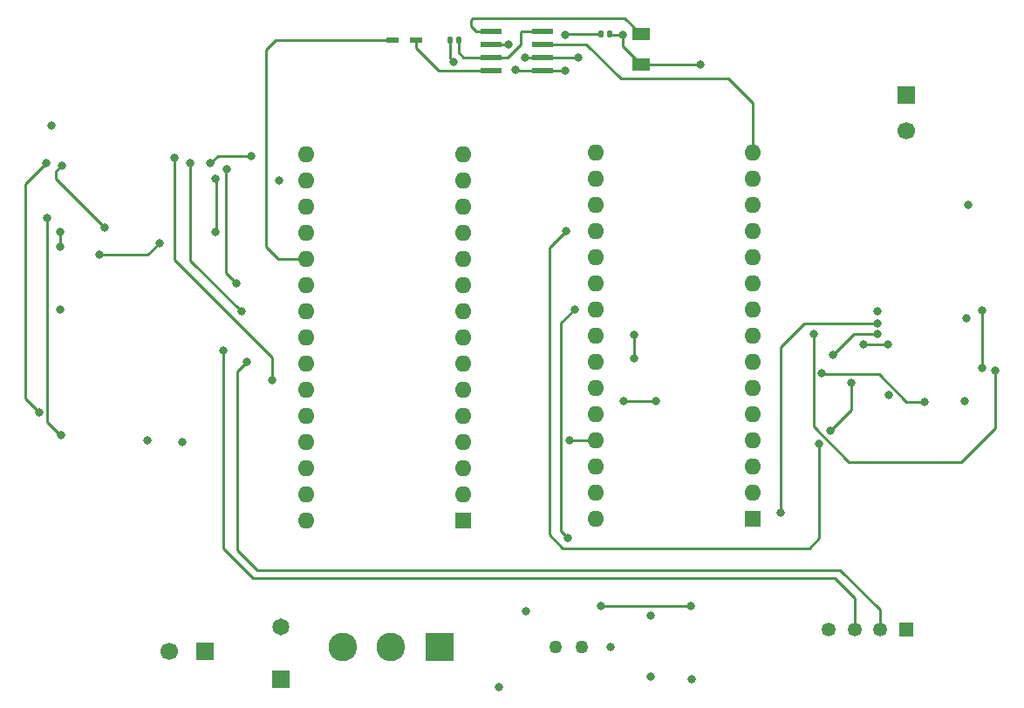
<source format=gbl>
%TF.GenerationSoftware,KiCad,Pcbnew,6.0.10-86aedd382b~118~ubuntu18.04.1*%
%TF.CreationDate,2023-06-08T12:45:09-07:00*%
%TF.ProjectId,1000026_V0.kicad_pcb,31303030-3032-4365-9f56-302e6b696361,rev?*%
%TF.SameCoordinates,Original*%
%TF.FileFunction,Copper,L4,Bot*%
%TF.FilePolarity,Positive*%
%FSLAX46Y46*%
G04 Gerber Fmt 4.6, Leading zero omitted, Abs format (unit mm)*
G04 Created by KiCad (PCBNEW 6.0.10-86aedd382b~118~ubuntu18.04.1) date 2023-06-08 12:45:09*
%MOMM*%
%LPD*%
G01*
G04 APERTURE LIST*
G04 Aperture macros list*
%AMRoundRect*
0 Rectangle with rounded corners*
0 $1 Rounding radius*
0 $2 $3 $4 $5 $6 $7 $8 $9 X,Y pos of 4 corners*
0 Add a 4 corners polygon primitive as box body*
4,1,4,$2,$3,$4,$5,$6,$7,$8,$9,$2,$3,0*
0 Add four circle primitives for the rounded corners*
1,1,$1+$1,$2,$3*
1,1,$1+$1,$4,$5*
1,1,$1+$1,$6,$7*
1,1,$1+$1,$8,$9*
0 Add four rect primitives between the rounded corners*
20,1,$1+$1,$2,$3,$4,$5,0*
20,1,$1+$1,$4,$5,$6,$7,0*
20,1,$1+$1,$6,$7,$8,$9,0*
20,1,$1+$1,$8,$9,$2,$3,0*%
G04 Aperture macros list end*
%TA.AperFunction,ComponentPad*%
%ADD10R,1.600000X1.600000*%
%TD*%
%TA.AperFunction,ComponentPad*%
%ADD11O,1.600000X1.600000*%
%TD*%
%TA.AperFunction,ComponentPad*%
%ADD12R,1.700000X1.700000*%
%TD*%
%TA.AperFunction,ComponentPad*%
%ADD13C,1.700000*%
%TD*%
%TA.AperFunction,ComponentPad*%
%ADD14R,1.651000X1.651000*%
%TD*%
%TA.AperFunction,ComponentPad*%
%ADD15C,1.651000*%
%TD*%
%TA.AperFunction,ComponentPad*%
%ADD16R,1.350000X1.350000*%
%TD*%
%TA.AperFunction,ComponentPad*%
%ADD17C,1.350000*%
%TD*%
%TA.AperFunction,ComponentPad*%
%ADD18R,2.775000X2.775000*%
%TD*%
%TA.AperFunction,ComponentPad*%
%ADD19C,2.775000*%
%TD*%
%TA.AperFunction,ComponentPad*%
%ADD20C,1.270000*%
%TD*%
%TA.AperFunction,SMDPad,CuDef*%
%ADD21RoundRect,0.075600X0.194400X-0.224400X0.194400X0.224400X-0.194400X0.224400X-0.194400X-0.224400X0*%
%TD*%
%TA.AperFunction,SMDPad,CuDef*%
%ADD22R,1.820000X1.160000*%
%TD*%
%TA.AperFunction,SMDPad,CuDef*%
%ADD23RoundRect,0.075600X-0.194400X0.224400X-0.194400X-0.224400X0.194400X-0.224400X0.194400X0.224400X0*%
%TD*%
%TA.AperFunction,SMDPad,CuDef*%
%ADD24RoundRect,0.041300X0.943700X0.253700X-0.943700X0.253700X-0.943700X-0.253700X0.943700X-0.253700X0*%
%TD*%
%TA.AperFunction,SMDPad,CuDef*%
%ADD25R,1.157199X0.466400*%
%TD*%
%TA.AperFunction,ViaPad*%
%ADD26C,0.800000*%
%TD*%
%TA.AperFunction,Conductor*%
%ADD27C,0.250000*%
%TD*%
G04 APERTURE END LIST*
D10*
%TO.P,A2,1,D1/TX*%
%TO.N,unconnected-(A2-Pad1)*%
X140364800Y-103413200D03*
D11*
%TO.P,A2,2,D0/RX*%
%TO.N,unconnected-(A2-Pad2)*%
X140364800Y-100873200D03*
%TO.P,A2,3,~{RESET}*%
%TO.N,unconnected-(A2-Pad3)*%
X140364800Y-98333200D03*
%TO.P,A2,4,GND*%
%TO.N,unconnected-(A2-Pad4)*%
X140364800Y-95793200D03*
%TO.P,A2,5,D2*%
%TO.N,unconnected-(A2-Pad5)*%
X140364800Y-93253200D03*
%TO.P,A2,6,~D3*%
%TO.N,unconnected-(A2-Pad6)*%
X140364800Y-90713200D03*
%TO.P,A2,7,D4*%
%TO.N,unconnected-(A2-Pad7)*%
X140364800Y-88173200D03*
%TO.P,A2,8,~D5*%
%TO.N,unconnected-(A2-Pad8)*%
X140364800Y-85633200D03*
%TO.P,A2,9,~D6*%
%TO.N,unconnected-(A2-Pad9)*%
X140364800Y-83093200D03*
%TO.P,A2,10,D7*%
%TO.N,bit_0*%
X140364800Y-80553200D03*
%TO.P,A2,11,D8*%
%TO.N,bit_1*%
X140364800Y-78013200D03*
%TO.P,A2,12,~D9*%
%TO.N,bit_2*%
X140364800Y-75473200D03*
%TO.P,A2,13,~D10*%
%TO.N,unconnected-(A2-Pad13)*%
X140364800Y-72933200D03*
%TO.P,A2,14,D11/MOSI*%
%TO.N,/MOSI*%
X140364800Y-70393200D03*
%TO.P,A2,15,~D12/MSIO*%
%TO.N,unconnected-(A2-Pad15)*%
X140364800Y-67853200D03*
%TO.P,A2,16,D13/SCK*%
%TO.N,SCK*%
X125124800Y-67853200D03*
%TO.P,A2,17,3V3*%
%TO.N,3.3V_2*%
X125124800Y-70393200D03*
%TO.P,A2,18,AREF*%
%TO.N,unconnected-(A2-Pad18)*%
X125124800Y-72933200D03*
%TO.P,A2,19,D14/A0*%
%TO.N,unconnected-(A2-Pad19)*%
X125124800Y-75473200D03*
%TO.P,A2,20,D15/A1*%
%TO.N,Analog*%
X125124800Y-78013200D03*
%TO.P,A2,21,D16/A2*%
%TO.N,CS*%
X125124800Y-80553200D03*
%TO.P,A2,22,D17/A3*%
%TO.N,DC*%
X125124800Y-83093200D03*
%TO.P,A2,23,D18/SDA/A4*%
%TO.N,SDA_2*%
X125124800Y-85633200D03*
%TO.P,A2,24,D19/SCL/A5*%
%TO.N,SDL_2*%
X125124800Y-88173200D03*
%TO.P,A2,25,D20/A6*%
%TO.N,RST*%
X125124800Y-90713200D03*
%TO.P,A2,26,D21/A7*%
%TO.N,unconnected-(A2-Pad26)*%
X125124800Y-93253200D03*
%TO.P,A2,27,+5V*%
%TO.N,5V_2*%
X125124800Y-95793200D03*
%TO.P,A2,28,~{RESET}*%
%TO.N,unconnected-(A2-Pad28)*%
X125124800Y-98333200D03*
%TO.P,A2,29,GND*%
%TO.N,GND*%
X125124800Y-100873200D03*
%TO.P,A2,30,VIN*%
%TO.N,7.4V*%
X125124800Y-103413200D03*
%TD*%
D12*
%TO.P,J5,1,1*%
%TO.N,GND*%
X183373800Y-62063200D03*
D13*
%TO.P,J5,2,2*%
%TO.N,Net-(D3-Pad1)*%
X183373800Y-65563201D03*
%TD*%
D10*
%TO.P,A1,1,D1/TX*%
%TO.N,D1*%
X168415300Y-103211200D03*
D11*
%TO.P,A1,2,D0/RX*%
%TO.N,D2*%
X168415300Y-100671200D03*
%TO.P,A1,3,~{RESET}*%
%TO.N,unconnected-(A1-Pad3)*%
X168415300Y-98131200D03*
%TO.P,A1,4,GND*%
%TO.N,unconnected-(A1-Pad4)*%
X168415300Y-95591200D03*
%TO.P,A1,5,D2*%
%TO.N,D3*%
X168415300Y-93051200D03*
%TO.P,A1,6,~D3*%
%TO.N,D4*%
X168415300Y-90511200D03*
%TO.P,A1,7,D4*%
%TO.N,unconnected-(A1-Pad7)*%
X168415300Y-87971200D03*
%TO.P,A1,8,~D5*%
%TO.N,D5*%
X168415300Y-85431200D03*
%TO.P,A1,9,~D6*%
%TO.N,D6*%
X168415300Y-82891200D03*
%TO.P,A1,10,D7*%
%TO.N,D7*%
X168415300Y-80351200D03*
%TO.P,A1,11,D8*%
%TO.N,VSYNC*%
X168415300Y-77811200D03*
%TO.P,A1,12,~D9*%
%TO.N,XCLK*%
X168415300Y-75271200D03*
%TO.P,A1,13,~D10*%
%TO.N,D0*%
X168415300Y-72731200D03*
%TO.P,A1,14,D11/MOSI*%
%TO.N,unconnected-(A1-Pad14)*%
X168415300Y-70191200D03*
%TO.P,A1,15,~D12/MSIO*%
%TO.N,PWM*%
X168415300Y-67651200D03*
%TO.P,A1,16,D13/SCK*%
%TO.N,unconnected-(A1-Pad16)*%
X153175300Y-67651200D03*
%TO.P,A1,17,3V3*%
%TO.N,3.3V_1*%
X153175300Y-70191200D03*
%TO.P,A1,18,AREF*%
%TO.N,unconnected-(A1-Pad18)*%
X153175300Y-72731200D03*
%TO.P,A1,19,D14/A0*%
%TO.N,PCLK*%
X153175300Y-75271200D03*
%TO.P,A1,20,D15/A1*%
%TO.N,HS*%
X153175300Y-77811200D03*
%TO.P,A1,21,D16/A2*%
%TO.N,bit_2*%
X153175300Y-80351200D03*
%TO.P,A1,22,D17/A3*%
%TO.N,PB*%
X153175300Y-82891200D03*
%TO.P,A1,23,D18/SDA/A4*%
%TO.N,SDA_1*%
X153175300Y-85431200D03*
%TO.P,A1,24,D19/SCL/A5*%
%TO.N,SCL_1*%
X153175300Y-87971200D03*
%TO.P,A1,25,D20/A6*%
%TO.N,bit_1*%
X153175300Y-90511200D03*
%TO.P,A1,26,D21/A7*%
%TO.N,bit_0*%
X153175300Y-93051200D03*
%TO.P,A1,27,+5V*%
%TO.N,5V_1*%
X153175300Y-95591200D03*
%TO.P,A1,28,~{RESET}*%
%TO.N,unconnected-(A1-Pad28)*%
X153175300Y-98131200D03*
%TO.P,A1,29,GND*%
%TO.N,GND*%
X153175300Y-100671200D03*
%TO.P,A1,30,VIN*%
%TO.N,7.4V*%
X153175300Y-103211200D03*
%TD*%
D12*
%TO.P,J3,1,1*%
%TO.N,GND*%
X115301291Y-116053151D03*
D13*
%TO.P,J3,2,2*%
%TO.N,7.4V*%
X111801290Y-116053151D03*
%TD*%
D14*
%TO.P,F1,1,1*%
%TO.N,7.4V*%
X122667800Y-118813200D03*
D15*
%TO.P,F1,2,2*%
%TO.N,Net-(F1-Pad2)*%
X122667800Y-113733200D03*
%TD*%
D16*
%TO.P,J1,1,1*%
%TO.N,GND*%
X183314800Y-113951000D03*
D17*
%TO.P,J1,2,2*%
%TO.N,SDL_2*%
X180814800Y-113951000D03*
%TO.P,J1,3,3*%
%TO.N,SDA_2*%
X178314800Y-113951000D03*
%TO.P,J1,4,4*%
%TO.N,3.3V_1*%
X175814800Y-113951000D03*
%TD*%
D18*
%TO.P,S1,1*%
%TO.N,7.4V*%
X138035800Y-115657200D03*
D19*
%TO.P,S1,2*%
%TO.N,Net-(F1-Pad2)*%
X133335800Y-115657200D03*
%TO.P,S1,3*%
%TO.N,unconnected-(S1-Pad3)*%
X128635800Y-115657200D03*
%TD*%
D20*
%TO.P,LED1,1*%
%TO.N,GND*%
X151877800Y-115657200D03*
%TO.P,LED1,2*%
%TO.N,Net-(LED1-Pad2)*%
X149337800Y-115657200D03*
%TD*%
D21*
%TO.P,C5,1*%
%TO.N,/COM*%
X139919800Y-56688200D03*
%TO.P,C5,2*%
%TO.N,GND*%
X139059800Y-56688200D03*
%TD*%
D22*
%TO.P,C1,1*%
%TO.N,GND*%
X157589800Y-59088200D03*
%TO.P,C1,2*%
%TO.N,/CLK*%
X157589800Y-56138200D03*
%TD*%
D23*
%TO.P,C4,1*%
%TO.N,5V_1*%
X153709800Y-56163200D03*
%TO.P,C4,2*%
%TO.N,GND*%
X154569800Y-56163200D03*
%TD*%
D24*
%TO.P,U2,1,COM*%
%TO.N,/COM*%
X148000374Y-55840200D03*
%TO.P,U2,2,IN*%
%TO.N,PWM*%
X148000374Y-57110200D03*
%TO.P,U2,3,GND*%
%TO.N,GND*%
X148000374Y-58380200D03*
%TO.P,U2,4,VDD*%
%TO.N,5V_1*%
X148000374Y-59650200D03*
%TO.P,U2,5,OUT*%
%TO.N,/DC_out*%
X143050374Y-59650200D03*
%TO.P,U2,6,OS*%
%TO.N,/COM*%
X143050374Y-58380200D03*
%TO.P,U2,7,~{SHDN}*%
%TO.N,5V_1*%
X143050374Y-57110200D03*
%TO.P,U2,8,CLK*%
%TO.N,/CLK*%
X143050374Y-55840200D03*
%TD*%
D25*
%TO.P,D2,1*%
%TO.N,Analog*%
X133509500Y-56688200D03*
%TO.P,D2,2*%
%TO.N,/DC_out*%
X135770100Y-56688200D03*
%TD*%
D26*
%TO.N,3.3V_1*%
X181623645Y-91197045D03*
X180514800Y-83088200D03*
%TO.N,SDA_2*%
X117064800Y-86838200D03*
%TO.N,SDL_2*%
X119347800Y-87971200D03*
%TO.N,PB*%
X153742251Y-111687700D03*
X162414800Y-111688200D03*
X151142800Y-82891200D03*
X150514800Y-105088200D03*
%TO.N,SCL_1*%
X159014800Y-91788200D03*
X155938800Y-91764200D03*
%TO.N,Net-(LED1-Pad2)*%
X146389800Y-112205200D03*
%TO.N,3.3V_2*%
X110839800Y-76463200D03*
X116314800Y-75388200D03*
X122484800Y-70393200D03*
X105039800Y-77588200D03*
X116306800Y-70180200D03*
%TO.N,GND*%
X139439800Y-58863200D03*
X189156468Y-83729868D03*
X151506799Y-58380199D03*
X154671800Y-115657200D03*
X146314800Y-58438200D03*
X101214800Y-82913200D03*
X109713800Y-95591200D03*
X100337200Y-64980200D03*
X163339800Y-59088200D03*
X155789800Y-56213200D03*
X162527300Y-118750700D03*
X189045325Y-91734675D03*
%TO.N,5V_1*%
X150639800Y-95613200D03*
X150227800Y-59650200D03*
X150239800Y-56213200D03*
X145414800Y-59613200D03*
X144740400Y-57110200D03*
%TO.N,SCK*%
X119739800Y-67963200D03*
X115814800Y-68688200D03*
%TO.N,5V_2*%
X113069615Y-95718015D03*
X101255600Y-75373400D03*
X101255600Y-76822400D03*
%TO.N,CS*%
X118324799Y-80343202D03*
X117364800Y-69288200D03*
%TO.N,DC*%
X118789800Y-83088200D03*
X113839800Y-68688200D03*
%TO.N,RST*%
X112289800Y-68137700D03*
X121764800Y-89713200D03*
%TO.N,RST_5V*%
X99876400Y-68674800D03*
X99214300Y-92898800D03*
%TO.N,DC_5V*%
X105564800Y-74913200D03*
X101397800Y-68880200D03*
%TO.N,SCK_5V*%
X99939800Y-74013200D03*
X101286859Y-95063659D03*
%TO.N,7.4V*%
X158539800Y-112613200D03*
X189346800Y-72731200D03*
X158539800Y-118563200D03*
X143764800Y-119538200D03*
%TO.N,HS*%
X156954800Y-85353200D03*
X156954800Y-87628200D03*
%TO.N,XCLK*%
X190736800Y-82931200D03*
X190736800Y-88519200D03*
%TO.N,PCLK*%
X174914300Y-95885200D03*
X178036800Y-89985200D03*
X150306800Y-75271200D03*
X176004800Y-94615200D03*
%TO.N,D4*%
X185148800Y-91821200D03*
X175106672Y-89022401D03*
%TO.N,D6*%
X174368800Y-85217200D03*
X192006800Y-88773200D03*
%TO.N,D1*%
X180514800Y-84197911D03*
X171139800Y-102613200D03*
%TO.N,D3*%
X176263099Y-87253499D03*
X180514800Y-85217200D03*
%TO.N,D5*%
X181592800Y-86233200D03*
X179159800Y-86233200D03*
%TD*%
D27*
%TO.N,PWM*%
X168415300Y-67651200D02*
X168415300Y-62788700D01*
X152286800Y-57110200D02*
X148000374Y-57110200D01*
X155614800Y-60438200D02*
X152286800Y-57110200D01*
X166064800Y-60438200D02*
X155614800Y-60438200D01*
X168415300Y-62788700D02*
X166064800Y-60438200D01*
%TO.N,SDA_2*%
X178314800Y-110888200D02*
X176364800Y-108938200D01*
X178314800Y-113951000D02*
X178314800Y-110888200D01*
X117064800Y-106113200D02*
X117064800Y-86838200D01*
X176364800Y-108938200D02*
X119889800Y-108938200D01*
X119889800Y-108938200D02*
X117064800Y-106113200D01*
%TO.N,SDL_2*%
X118414800Y-106238200D02*
X120339800Y-108163200D01*
X176939800Y-108163200D02*
X180814800Y-112038200D01*
X118414800Y-88888200D02*
X118414800Y-106238200D01*
X119331800Y-87971200D02*
X118414800Y-88888200D01*
X120339800Y-108163200D02*
X176939800Y-108163200D01*
X180814800Y-112038200D02*
X180814800Y-113951000D01*
%TO.N,Analog*%
X121164800Y-57613200D02*
X122089800Y-56688200D01*
X125124800Y-78013200D02*
X122414800Y-78013200D01*
X121164800Y-76763200D02*
X121164800Y-57613200D01*
X122414800Y-78013200D02*
X121164800Y-76763200D01*
X122089800Y-56688200D02*
X133509500Y-56688200D01*
%TO.N,/CLK*%
X156014800Y-54563200D02*
X157589800Y-56138200D01*
X141590800Y-55840200D02*
X141089800Y-55339200D01*
X141289800Y-54563200D02*
X156014800Y-54563200D01*
X143050374Y-55840200D02*
X141590800Y-55840200D01*
X141089800Y-54763200D02*
X141289800Y-54563200D01*
X141089800Y-55339200D02*
X141089800Y-54763200D01*
%TO.N,/COM*%
X139919800Y-57943200D02*
X139919800Y-56688200D01*
X143050374Y-58380200D02*
X140356800Y-58380200D01*
X144664200Y-58380200D02*
X143050374Y-58380200D01*
X146035800Y-55840200D02*
X145934200Y-55941800D01*
X145934200Y-57110200D02*
X144664200Y-58380200D01*
X145934200Y-55941800D02*
X145934200Y-57110200D01*
X148000374Y-55840200D02*
X146035800Y-55840200D01*
X140356800Y-58380200D02*
X139919800Y-57943200D01*
%TO.N,/DC_out*%
X143050374Y-59650200D02*
X137926800Y-59650200D01*
X137926800Y-59650200D02*
X135770100Y-57493500D01*
X135770100Y-57493500D02*
X135770100Y-56688200D01*
%TO.N,PB*%
X149839800Y-84194200D02*
X149839800Y-104413200D01*
X151142800Y-82891200D02*
X149839800Y-84194200D01*
X162414800Y-111688200D02*
X153742751Y-111688200D01*
X153742751Y-111688200D02*
X153742251Y-111687700D01*
X149839800Y-104413200D02*
X150514800Y-105088200D01*
%TO.N,SCL_1*%
X155962800Y-91788200D02*
X155938800Y-91764200D01*
X159014800Y-91788200D02*
X155962800Y-91788200D01*
%TO.N,3.3V_2*%
X116339800Y-75363200D02*
X116314800Y-75388200D01*
X116306800Y-70180200D02*
X116339800Y-70213200D01*
X110839800Y-76463200D02*
X109714800Y-77588200D01*
X116339800Y-70213200D02*
X116339800Y-75363200D01*
X109714800Y-77588200D02*
X105039800Y-77588200D01*
%TO.N,GND*%
X155789800Y-57288200D02*
X155789800Y-56213200D01*
X157589800Y-59088200D02*
X155789800Y-57288200D01*
X139059800Y-56688200D02*
X139059800Y-58483200D01*
X154619800Y-56213200D02*
X155789800Y-56213200D01*
X154569800Y-56163200D02*
X154619800Y-56213200D01*
X157589800Y-59088200D02*
X163339800Y-59088200D01*
X146314800Y-58438200D02*
X147942374Y-58438200D01*
X139059800Y-58483200D02*
X139439800Y-58863200D01*
X148000374Y-58380200D02*
X151506799Y-58380199D01*
X147942374Y-58438200D02*
X148000374Y-58380200D01*
%TO.N,5V_1*%
X148000374Y-59650200D02*
X150227800Y-59650200D01*
X148000374Y-59650200D02*
X145451800Y-59650200D01*
X143050374Y-57110200D02*
X144740400Y-57110200D01*
X150661800Y-95591200D02*
X150639800Y-95613200D01*
X150289800Y-56163200D02*
X150239800Y-56213200D01*
X145451800Y-59650200D02*
X145414800Y-59613200D01*
X153709800Y-56163200D02*
X150289800Y-56163200D01*
X153175300Y-95591200D02*
X150661800Y-95591200D01*
%TO.N,SCK*%
X119771800Y-67945200D02*
X116557800Y-67945200D01*
X116557800Y-67945200D02*
X115814800Y-68688200D01*
%TO.N,5V_2*%
X101255600Y-76822400D02*
X101255600Y-75373400D01*
%TO.N,CS*%
X117339800Y-79358200D02*
X117339800Y-69313200D01*
X117339800Y-69313200D02*
X117364800Y-69288200D01*
X118324800Y-80343200D02*
X117339800Y-79358200D01*
%TO.N,DC*%
X113839800Y-78138200D02*
X118789800Y-83088200D01*
X113839800Y-68688200D02*
X113839800Y-78138200D01*
%TO.N,RST*%
X121764800Y-87538200D02*
X121764800Y-89713200D01*
X112289800Y-68137700D02*
X112289800Y-78063200D01*
X112289800Y-78063200D02*
X121764800Y-87538200D01*
%TO.N,RST_5V*%
X97864800Y-70686400D02*
X97864800Y-91549300D01*
X99876400Y-68674800D02*
X97864800Y-70686400D01*
X97864800Y-91549300D02*
X99214300Y-92898800D01*
%TO.N,DC_5V*%
X100827300Y-69450700D02*
X101397800Y-68880200D01*
X100827300Y-70175700D02*
X100827300Y-69450700D01*
X105564800Y-74913200D02*
X100827300Y-70175700D01*
%TO.N,SCK_5V*%
X101230200Y-95057800D02*
X99939800Y-93767400D01*
X99939800Y-93767400D02*
X99939800Y-74013200D01*
%TO.N,HS*%
X156954800Y-87628200D02*
X156954800Y-85353200D01*
%TO.N,XCLK*%
X190736800Y-88519200D02*
X190736800Y-82931200D01*
%TO.N,PCLK*%
X150021800Y-106045200D02*
X173972800Y-106045200D01*
X150306800Y-75271200D02*
X148739800Y-76838200D01*
X173972800Y-106045200D02*
X174914300Y-105103700D01*
X148739800Y-76838200D02*
X148739800Y-104763200D01*
X176004800Y-94615200D02*
X178036800Y-92583200D01*
X178036800Y-92583200D02*
X178036800Y-89985200D01*
X148739800Y-104763200D02*
X150021800Y-106045200D01*
X174914300Y-105103700D02*
X174914300Y-95885200D01*
%TO.N,D4*%
X180703800Y-89154200D02*
X183370800Y-91821200D01*
X183370800Y-91821200D02*
X185148800Y-91821200D01*
X175238471Y-89154200D02*
X180703800Y-89154200D01*
%TO.N,D6*%
X192006800Y-88773200D02*
X192006800Y-94361200D01*
X192006800Y-94361200D02*
X188704800Y-97663200D01*
X188704800Y-97663200D02*
X177782800Y-97663200D01*
X174368800Y-94249200D02*
X174368800Y-85217200D01*
X177782800Y-97663200D02*
X174368800Y-94249200D01*
%TO.N,D1*%
X173468089Y-84197911D02*
X171139800Y-86526200D01*
X171139800Y-86526200D02*
X171139800Y-102613200D01*
X180580089Y-84197911D02*
X173468089Y-84197911D01*
%TO.N,D3*%
X180576800Y-85217200D02*
X178299398Y-85217200D01*
X178299398Y-85217200D02*
X176263099Y-87253499D01*
%TO.N,D5*%
X181592800Y-86233200D02*
X179159800Y-86233200D01*
%TD*%
M02*

</source>
